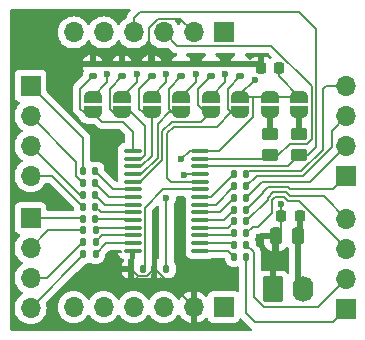
<source format=gbr>
%TF.GenerationSoftware,KiCad,Pcbnew,8.0.3-8.0.3-0~ubuntu22.04.1*%
%TF.CreationDate,2024-06-23T17:20:49+09:00*%
%TF.ProjectId,PCA9685_ver1,50434139-3638-4355-9f76-6572312e6b69,rev?*%
%TF.SameCoordinates,Original*%
%TF.FileFunction,Copper,L1,Top*%
%TF.FilePolarity,Positive*%
%FSLAX46Y46*%
G04 Gerber Fmt 4.6, Leading zero omitted, Abs format (unit mm)*
G04 Created by KiCad (PCBNEW 8.0.3-8.0.3-0~ubuntu22.04.1) date 2024-06-23 17:20:49*
%MOMM*%
%LPD*%
G01*
G04 APERTURE LIST*
G04 Aperture macros list*
%AMRoundRect*
0 Rectangle with rounded corners*
0 $1 Rounding radius*
0 $2 $3 $4 $5 $6 $7 $8 $9 X,Y pos of 4 corners*
0 Add a 4 corners polygon primitive as box body*
4,1,4,$2,$3,$4,$5,$6,$7,$8,$9,$2,$3,0*
0 Add four circle primitives for the rounded corners*
1,1,$1+$1,$2,$3*
1,1,$1+$1,$4,$5*
1,1,$1+$1,$6,$7*
1,1,$1+$1,$8,$9*
0 Add four rect primitives between the rounded corners*
20,1,$1+$1,$2,$3,$4,$5,0*
20,1,$1+$1,$4,$5,$6,$7,0*
20,1,$1+$1,$6,$7,$8,$9,0*
20,1,$1+$1,$8,$9,$2,$3,0*%
%AMFreePoly0*
4,1,19,0.000000,0.744911,0.071157,0.744911,0.207708,0.704816,0.327430,0.627875,0.420627,0.520320,0.479746,0.390866,0.500000,0.250000,0.500000,-0.250000,0.479746,-0.390866,0.420627,-0.520320,0.327430,-0.627875,0.207708,-0.704816,0.071157,-0.744911,0.000000,-0.744911,0.000000,-0.750000,-0.500000,-0.750000,-0.500000,0.750000,0.000000,0.750000,0.000000,0.744911,0.000000,0.744911,
$1*%
%AMFreePoly1*
4,1,19,0.500000,-0.750000,0.000000,-0.750000,0.000000,-0.744911,-0.071157,-0.744911,-0.207708,-0.704816,-0.327430,-0.627875,-0.420627,-0.520320,-0.479746,-0.390866,-0.500000,-0.250000,-0.500000,0.250000,-0.479746,0.390866,-0.420627,0.520320,-0.327430,0.627875,-0.207708,0.704816,-0.071157,0.744911,0.000000,0.744911,0.000000,0.750000,0.500000,0.750000,0.500000,-0.750000,0.500000,-0.750000,
$1*%
G04 Aperture macros list end*
%TA.AperFunction,ComponentPad*%
%ADD10R,1.700000X1.700000*%
%TD*%
%TA.AperFunction,ComponentPad*%
%ADD11O,1.700000X1.700000*%
%TD*%
%TA.AperFunction,SMDPad,CuDef*%
%ADD12RoundRect,0.135000X0.135000X0.185000X-0.135000X0.185000X-0.135000X-0.185000X0.135000X-0.185000X0*%
%TD*%
%TA.AperFunction,SMDPad,CuDef*%
%ADD13RoundRect,0.100000X-0.637500X-0.100000X0.637500X-0.100000X0.637500X0.100000X-0.637500X0.100000X0*%
%TD*%
%TA.AperFunction,SMDPad,CuDef*%
%ADD14RoundRect,0.250000X-0.450000X0.262500X-0.450000X-0.262500X0.450000X-0.262500X0.450000X0.262500X0*%
%TD*%
%TA.AperFunction,SMDPad,CuDef*%
%ADD15RoundRect,0.135000X-0.185000X0.135000X-0.185000X-0.135000X0.185000X-0.135000X0.185000X0.135000X0*%
%TD*%
%TA.AperFunction,SMDPad,CuDef*%
%ADD16RoundRect,0.135000X-0.135000X-0.185000X0.135000X-0.185000X0.135000X0.185000X-0.135000X0.185000X0*%
%TD*%
%TA.AperFunction,SMDPad,CuDef*%
%ADD17FreePoly0,90.000000*%
%TD*%
%TA.AperFunction,SMDPad,CuDef*%
%ADD18FreePoly1,90.000000*%
%TD*%
%TA.AperFunction,SMDPad,CuDef*%
%ADD19FreePoly0,270.000000*%
%TD*%
%TA.AperFunction,SMDPad,CuDef*%
%ADD20FreePoly1,270.000000*%
%TD*%
%TA.AperFunction,ComponentPad*%
%ADD21O,1.740000X2.190000*%
%TD*%
%TA.AperFunction,ComponentPad*%
%ADD22RoundRect,0.250000X-0.620000X-0.845000X0.620000X-0.845000X0.620000X0.845000X-0.620000X0.845000X0*%
%TD*%
%TA.AperFunction,SMDPad,CuDef*%
%ADD23RoundRect,0.225000X0.225000X0.250000X-0.225000X0.250000X-0.225000X-0.250000X0.225000X-0.250000X0*%
%TD*%
%TA.AperFunction,SMDPad,CuDef*%
%ADD24RoundRect,0.250000X0.250000X0.475000X-0.250000X0.475000X-0.250000X-0.475000X0.250000X-0.475000X0*%
%TD*%
%TA.AperFunction,ViaPad*%
%ADD25C,0.600000*%
%TD*%
%TA.AperFunction,Conductor*%
%ADD26C,0.500000*%
%TD*%
%TA.AperFunction,Conductor*%
%ADD27C,0.200000*%
%TD*%
G04 APERTURE END LIST*
D10*
%TO.P,J8,1,Pin_1*%
%TO.N,Net-(J8-Pin_1)*%
X104775000Y-94257500D03*
D11*
%TO.P,J8,2,Pin_2*%
%TO.N,Net-(J8-Pin_2)*%
X104775000Y-91717500D03*
%TO.P,J8,3,Pin_3*%
%TO.N,Net-(J8-Pin_3)*%
X104775000Y-89177500D03*
%TO.P,J8,4,Pin_4*%
%TO.N,Net-(J8-Pin_4)*%
X104775000Y-86637500D03*
%TD*%
D12*
%TO.P,R1,1*%
%TO.N,Net-(U1-#OE)*%
X87560000Y-102087500D03*
%TO.P,R1,2*%
%TO.N,GND*%
X86540000Y-102087500D03*
%TD*%
D13*
%TO.P,U1,28,VDD*%
%TO.N,+3V3*%
X92412500Y-92112500D03*
%TO.P,U1,27,SDA*%
%TO.N,SDA*%
X92412500Y-92762500D03*
%TO.P,U1,26,SCL*%
%TO.N,SCL*%
X92412500Y-93412500D03*
%TO.P,U1,25,EXTCLK*%
%TO.N,Net-(U1-EXTCLK)*%
X92412500Y-94062500D03*
%TO.P,U1,24,A5*%
%TO.N,A5*%
X92412500Y-94712500D03*
%TO.P,U1,23,#OE*%
%TO.N,Net-(U1-#OE)*%
X92412500Y-95362500D03*
%TO.P,U1,22,PWM15*%
%TO.N,Net-(U1-PWM15)*%
X92412500Y-96012500D03*
%TO.P,U1,21,PWM14*%
%TO.N,Net-(U1-PWM14)*%
X92412500Y-96662500D03*
%TO.P,U1,20,PWM13*%
%TO.N,Net-(U1-PWM13)*%
X92412500Y-97312500D03*
%TO.P,U1,19,PWM12*%
%TO.N,Net-(U1-PWM12)*%
X92412500Y-97962500D03*
%TO.P,U1,18,PWM11*%
%TO.N,Net-(U1-PWM11)*%
X92412500Y-98612500D03*
%TO.P,U1,17,PWM10*%
%TO.N,Net-(U1-PWM10)*%
X92412500Y-99262500D03*
%TO.P,U1,16,PWM9*%
%TO.N,Net-(U1-PWM9)*%
X92412500Y-99912500D03*
%TO.P,U1,15,PWM8*%
%TO.N,Net-(U1-PWM8)*%
X92412500Y-100562500D03*
%TO.P,U1,14,GND*%
%TO.N,GND*%
X86687500Y-100562500D03*
%TO.P,U1,13,PWM7*%
%TO.N,Net-(U1-PWM7)*%
X86687500Y-99912500D03*
%TO.P,U1,12,PWM6*%
%TO.N,Net-(U1-PWM6)*%
X86687500Y-99262500D03*
%TO.P,U1,11,PWM5*%
%TO.N,Net-(U1-PWM5)*%
X86687500Y-98612500D03*
%TO.P,U1,10,PWM4*%
%TO.N,Net-(U1-PWM4)*%
X86687500Y-97962500D03*
%TO.P,U1,9,PWM3*%
%TO.N,Net-(U1-PWM3)*%
X86687500Y-97312500D03*
%TO.P,U1,8,PWM2*%
%TO.N,Net-(U1-PWM2)*%
X86687500Y-96662500D03*
%TO.P,U1,7,PWM1*%
%TO.N,Net-(U1-PWM1)*%
X86687500Y-96012500D03*
%TO.P,U1,6,PWM0*%
%TO.N,Net-(U1-PWM0)*%
X86687500Y-95362500D03*
%TO.P,U1,5,A4*%
%TO.N,A4*%
X86687500Y-94712500D03*
%TO.P,U1,4,A3*%
%TO.N,A3*%
X86687500Y-94062500D03*
%TO.P,U1,3,A2*%
%TO.N,A2*%
X86687500Y-93412500D03*
%TO.P,U1,2,A1*%
%TO.N,A1*%
X86687500Y-92762500D03*
%TO.P,U1,1,A0*%
%TO.N,A0*%
X86687500Y-92112500D03*
%TD*%
D14*
%TO.P,R26,1*%
%TO.N,Net-(JP8-A)*%
X100800000Y-90675000D03*
%TO.P,R26,2*%
%TO.N,SCL*%
X100800000Y-92500000D03*
%TD*%
%TO.P,R25,1*%
%TO.N,Net-(JP7-B)*%
X98300000Y-90675000D03*
%TO.P,R25,2*%
%TO.N,SDA*%
X98300000Y-92500000D03*
%TD*%
D15*
%TO.P,R24,1*%
%TO.N,GND*%
X95800000Y-84777500D03*
%TO.P,R24,2*%
%TO.N,A5*%
X95800000Y-85797500D03*
%TD*%
%TO.P,R23,1*%
%TO.N,GND*%
X93300000Y-84777500D03*
%TO.P,R23,2*%
%TO.N,A4*%
X93300000Y-85797500D03*
%TD*%
%TO.P,R22,1*%
%TO.N,GND*%
X90820000Y-84777500D03*
%TO.P,R22,2*%
%TO.N,A3*%
X90820000Y-85797500D03*
%TD*%
%TO.P,R21,1*%
%TO.N,GND*%
X88300000Y-84777500D03*
%TO.P,R21,2*%
%TO.N,A2*%
X88300000Y-85797500D03*
%TD*%
%TO.P,R20,1*%
%TO.N,GND*%
X85800000Y-84767500D03*
%TO.P,R20,2*%
%TO.N,A1*%
X85800000Y-85787500D03*
%TD*%
%TO.P,R19,1*%
%TO.N,GND*%
X83300000Y-84777500D03*
%TO.P,R19,2*%
%TO.N,A0*%
X83300000Y-85797500D03*
%TD*%
D16*
%TO.P,R18,1*%
%TO.N,Net-(U1-PWM15)*%
X95290000Y-94087500D03*
%TO.P,R18,2*%
%TO.N,Net-(J8-Pin_4)*%
X96310000Y-94087500D03*
%TD*%
%TO.P,R17,1*%
%TO.N,Net-(U1-PWM14)*%
X95290000Y-95087500D03*
%TO.P,R17,2*%
%TO.N,Net-(J8-Pin_3)*%
X96310000Y-95087500D03*
%TD*%
%TO.P,R16,1*%
%TO.N,Net-(U1-PWM13)*%
X95290000Y-96087500D03*
%TO.P,R16,2*%
%TO.N,Net-(J8-Pin_2)*%
X96310000Y-96087500D03*
%TD*%
%TO.P,R15,1*%
%TO.N,Net-(U1-PWM12)*%
X95290000Y-97087500D03*
%TO.P,R15,2*%
%TO.N,Net-(J8-Pin_1)*%
X96310000Y-97087500D03*
%TD*%
%TO.P,R14,1*%
%TO.N,Net-(U1-PWM11)*%
X95290000Y-98087500D03*
%TO.P,R14,2*%
%TO.N,Net-(J7-Pin_4)*%
X96310000Y-98087500D03*
%TD*%
%TO.P,R13,1*%
%TO.N,Net-(U1-PWM10)*%
X95310000Y-99087500D03*
%TO.P,R13,2*%
%TO.N,Net-(J7-Pin_3)*%
X96330000Y-99087500D03*
%TD*%
%TO.P,R12,1*%
%TO.N,Net-(U1-PWM9)*%
X95310000Y-100087500D03*
%TO.P,R12,2*%
%TO.N,Net-(J7-Pin_2)*%
X96330000Y-100087500D03*
%TD*%
%TO.P,R11,1*%
%TO.N,Net-(U1-PWM8)*%
X95300000Y-101087500D03*
%TO.P,R11,2*%
%TO.N,Net-(J7-Pin_1)*%
X96320000Y-101087500D03*
%TD*%
D12*
%TO.P,R10,1*%
%TO.N,Net-(U1-PWM7)*%
X83550000Y-100837500D03*
%TO.P,R10,2*%
%TO.N,Net-(J6-Pin_4)*%
X82530000Y-100837500D03*
%TD*%
%TO.P,R9,1*%
%TO.N,Net-(U1-PWM6)*%
X83550000Y-99827500D03*
%TO.P,R9,2*%
%TO.N,Net-(J6-Pin_3)*%
X82530000Y-99827500D03*
%TD*%
%TO.P,R8,1*%
%TO.N,Net-(U1-PWM5)*%
X83550000Y-98837500D03*
%TO.P,R8,2*%
%TO.N,Net-(J6-Pin_2)*%
X82530000Y-98837500D03*
%TD*%
%TO.P,R7,1*%
%TO.N,Net-(U1-PWM4)*%
X83540000Y-97837500D03*
%TO.P,R7,2*%
%TO.N,Net-(J6-Pin_1)*%
X82520000Y-97837500D03*
%TD*%
%TO.P,R6,1*%
%TO.N,Net-(U1-PWM3)*%
X83530000Y-96837500D03*
%TO.P,R6,2*%
%TO.N,Net-(J1-Pin_4)*%
X82510000Y-96837500D03*
%TD*%
%TO.P,R5,1*%
%TO.N,Net-(U1-PWM2)*%
X83540000Y-95837500D03*
%TO.P,R5,2*%
%TO.N,Net-(J1-Pin_3)*%
X82520000Y-95837500D03*
%TD*%
%TO.P,R4,1*%
%TO.N,Net-(U1-PWM1)*%
X83530000Y-94837500D03*
%TO.P,R4,2*%
%TO.N,Net-(J1-Pin_2)*%
X82510000Y-94837500D03*
%TD*%
%TO.P,R3,1*%
%TO.N,Net-(U1-PWM0)*%
X83530000Y-93837500D03*
%TO.P,R3,2*%
%TO.N,Net-(J1-Pin_1)*%
X82510000Y-93837500D03*
%TD*%
%TO.P,R2,1*%
%TO.N,Net-(U1-EXTCLK)*%
X89560000Y-102087500D03*
%TO.P,R2,2*%
%TO.N,GND*%
X88540000Y-102087500D03*
%TD*%
D17*
%TO.P,JP8,2,B*%
%TO.N,+3V3*%
X100800000Y-87537500D03*
D18*
%TO.P,JP8,1,A*%
%TO.N,Net-(JP8-A)*%
X100800000Y-88837500D03*
%TD*%
D19*
%TO.P,JP7,2,B*%
%TO.N,Net-(JP7-B)*%
X98300000Y-88837500D03*
D20*
%TO.P,JP7,1,A*%
%TO.N,+3V3*%
X98300000Y-87537500D03*
%TD*%
D19*
%TO.P,JP6,2,B*%
%TO.N,A5*%
X95800000Y-88837500D03*
D20*
%TO.P,JP6,1,A*%
%TO.N,+3V3*%
X95800000Y-87537500D03*
%TD*%
D19*
%TO.P,JP5,2,B*%
%TO.N,A4*%
X93300000Y-88837500D03*
D20*
%TO.P,JP5,1,A*%
%TO.N,+3V3*%
X93300000Y-87537500D03*
%TD*%
%TO.P,JP4,1,A*%
%TO.N,+3V3*%
X90800000Y-87537500D03*
D19*
%TO.P,JP4,2,B*%
%TO.N,A3*%
X90800000Y-88837500D03*
%TD*%
D20*
%TO.P,JP3,1,A*%
%TO.N,+3V3*%
X88300000Y-87537500D03*
D19*
%TO.P,JP3,2,B*%
%TO.N,A2*%
X88300000Y-88837500D03*
%TD*%
D20*
%TO.P,JP2,1,A*%
%TO.N,+3V3*%
X85800000Y-87537500D03*
D19*
%TO.P,JP2,2,B*%
%TO.N,A1*%
X85800000Y-88837500D03*
%TD*%
D20*
%TO.P,JP1,1,A*%
%TO.N,+3V3*%
X83300000Y-87537500D03*
D19*
%TO.P,JP1,2,B*%
%TO.N,A0*%
X83300000Y-88837500D03*
%TD*%
D11*
%TO.P,J7,4,Pin_4*%
%TO.N,Net-(J7-Pin_4)*%
X104775000Y-97837500D03*
%TO.P,J7,3,Pin_3*%
%TO.N,Net-(J7-Pin_3)*%
X104775000Y-100377500D03*
%TO.P,J7,2,Pin_2*%
%TO.N,Net-(J7-Pin_2)*%
X104775000Y-102917500D03*
D10*
%TO.P,J7,1,Pin_1*%
%TO.N,Net-(J7-Pin_1)*%
X104775000Y-105457500D03*
%TD*%
%TO.P,J6,1,Pin_1*%
%TO.N,Net-(J6-Pin_1)*%
X78050000Y-97797500D03*
D11*
%TO.P,J6,2,Pin_2*%
%TO.N,Net-(J6-Pin_2)*%
X78050000Y-100337500D03*
%TO.P,J6,3,Pin_3*%
%TO.N,Net-(J6-Pin_3)*%
X78050000Y-102877500D03*
%TO.P,J6,4,Pin_4*%
%TO.N,Net-(J6-Pin_4)*%
X78050000Y-105417500D03*
%TD*%
D21*
%TO.P,J4,2,Pin_2*%
%TO.N,+5V*%
X101090000Y-103837500D03*
D22*
%TO.P,J4,1,Pin_1*%
%TO.N,GND*%
X98550000Y-103837500D03*
%TD*%
D10*
%TO.P,J3,1,Pin_1*%
%TO.N,+3V3*%
X94400000Y-82087500D03*
D11*
%TO.P,J3,2,Pin_2*%
%TO.N,GND*%
X91860000Y-82087500D03*
%TO.P,J3,3,Pin_3*%
%TO.N,SDA*%
X89320000Y-82087500D03*
%TO.P,J3,4,Pin_4*%
%TO.N,SCL*%
X86780000Y-82087500D03*
%TO.P,J3,5,Pin_5*%
%TO.N,OE*%
X84240000Y-82087500D03*
%TO.P,J3,6,Pin_6*%
%TO.N,+5V*%
X81700000Y-82087500D03*
%TD*%
D10*
%TO.P,J2,1,Pin_1*%
%TO.N,+3V3*%
X94400000Y-105337500D03*
D11*
%TO.P,J2,2,Pin_2*%
%TO.N,GND*%
X91860000Y-105337500D03*
%TO.P,J2,3,Pin_3*%
%TO.N,SDA*%
X89320000Y-105337500D03*
%TO.P,J2,4,Pin_4*%
%TO.N,SCL*%
X86780000Y-105337500D03*
%TO.P,J2,5,Pin_5*%
%TO.N,OE*%
X84240000Y-105337500D03*
%TO.P,J2,6,Pin_6*%
%TO.N,+5V*%
X81700000Y-105337500D03*
%TD*%
%TO.P,J1,4,Pin_4*%
%TO.N,Net-(J1-Pin_4)*%
X78050000Y-94217500D03*
%TO.P,J1,3,Pin_3*%
%TO.N,Net-(J1-Pin_3)*%
X78050000Y-91677500D03*
%TO.P,J1,2,Pin_2*%
%TO.N,Net-(J1-Pin_2)*%
X78050000Y-89137500D03*
D10*
%TO.P,J1,1,Pin_1*%
%TO.N,Net-(J1-Pin_1)*%
X78050000Y-86597500D03*
%TD*%
D23*
%TO.P,C3,2*%
%TO.N,GND*%
X99275000Y-97587500D03*
%TO.P,C3,1*%
%TO.N,+5V*%
X100825000Y-97587500D03*
%TD*%
D24*
%TO.P,C2,2*%
%TO.N,GND*%
X98825000Y-99337500D03*
%TO.P,C2,1*%
%TO.N,+5V*%
X100725000Y-99337500D03*
%TD*%
D23*
%TO.P,C1,1*%
%TO.N,+3V3*%
X99075000Y-85087500D03*
%TO.P,C1,2*%
%TO.N,GND*%
X97525000Y-85087500D03*
%TD*%
D25*
%TO.N,+3V3*%
X97050000Y-86087500D03*
%TO.N,GND*%
X99275000Y-96587500D03*
%TO.N,+3V3*%
X90800000Y-92837500D03*
X94550000Y-85587500D03*
X92050000Y-85587500D03*
X89550000Y-85587500D03*
X87050000Y-85587500D03*
X84550000Y-85587500D03*
%TO.N,Net-(U1-EXTCLK)*%
X89560000Y-96087500D03*
X91050000Y-94112500D03*
%TD*%
D26*
%TO.N,GND*%
X95800000Y-84777500D02*
X97215000Y-84777500D01*
X97215000Y-84777500D02*
X97525000Y-85087500D01*
D27*
%TO.N,+3V3*%
X95800000Y-87337500D02*
X97050000Y-86087500D01*
X95800000Y-87537500D02*
X95800000Y-87337500D01*
%TO.N,GND*%
X91860000Y-82087500D02*
X90710000Y-80937500D01*
X90710000Y-80937500D02*
X88830000Y-80937500D01*
X88830000Y-80937500D02*
X88050000Y-81717500D01*
X88050000Y-81717500D02*
X88050000Y-84527500D01*
X88050000Y-84527500D02*
X88300000Y-84777500D01*
D26*
X83300000Y-84777500D02*
X97215000Y-84777500D01*
D27*
X99275000Y-97587500D02*
X99275000Y-98887500D01*
X99275000Y-98887500D02*
X98825000Y-99337500D01*
X98550000Y-103837500D02*
X98550000Y-99612500D01*
X98550000Y-99612500D02*
X98825000Y-99337500D01*
D26*
%TO.N,+5V*%
X100725000Y-99337500D02*
X100725000Y-103472500D01*
X100725000Y-103472500D02*
X101090000Y-103837500D01*
X100825000Y-97587500D02*
X100825000Y-99237500D01*
X100825000Y-99237500D02*
X100725000Y-99337500D01*
D27*
%TO.N,Net-(J8-Pin_3)*%
X96310000Y-95087500D02*
X97185000Y-94212500D01*
X97185000Y-94212500D02*
X101150430Y-94212500D01*
X101150430Y-94212500D02*
X103550000Y-91812930D01*
X103550000Y-91812930D02*
X103550000Y-90402500D01*
X103550000Y-90402500D02*
X104775000Y-89177500D01*
%TO.N,Net-(J8-Pin_4)*%
X96310000Y-94087500D02*
X96585000Y-93812500D01*
X103050000Y-86587500D02*
X104725000Y-86587500D01*
X96585000Y-93812500D02*
X100984744Y-93812500D01*
X100984744Y-93812500D02*
X102800000Y-91997244D01*
X102800000Y-91997244D02*
X102800000Y-86837500D01*
X102800000Y-86837500D02*
X103050000Y-86587500D01*
X104725000Y-86587500D02*
X104775000Y-86637500D01*
%TO.N,Net-(J8-Pin_2)*%
X96310000Y-96087500D02*
X97610000Y-94787500D01*
X97610000Y-94787500D02*
X101705000Y-94787500D01*
X101705000Y-94787500D02*
X104775000Y-91717500D01*
%TO.N,Net-(J8-Pin_1)*%
X96310000Y-97087500D02*
X97725000Y-95672500D01*
X99854899Y-95187500D02*
X100004899Y-95337500D01*
X97725000Y-95672500D02*
X97725000Y-95596814D01*
X97725000Y-95596814D02*
X98134314Y-95187500D01*
X98134314Y-95187500D02*
X99854899Y-95187500D01*
X100004899Y-95337500D02*
X103695000Y-95337500D01*
X103695000Y-95337500D02*
X104775000Y-94257500D01*
%TO.N,Net-(J7-Pin_4)*%
X96310000Y-98087500D02*
X96310000Y-98077500D01*
X102875000Y-95937500D02*
X104775000Y-97837500D01*
X96310000Y-98077500D02*
X98125000Y-96262500D01*
X98125000Y-96262500D02*
X98125000Y-96073285D01*
X98610785Y-95587500D02*
X99689214Y-95587500D01*
X98125000Y-96073285D02*
X98610785Y-95587500D01*
X99689214Y-95587500D02*
X100039214Y-95937500D01*
X100039214Y-95937500D02*
X102875000Y-95937500D01*
%TO.N,Net-(J7-Pin_3)*%
X96330000Y-99087500D02*
X96880000Y-98537500D01*
X98525000Y-97362500D02*
X98525000Y-96238971D01*
X99873529Y-96337500D02*
X100798696Y-96337500D01*
X96880000Y-98537500D02*
X97350000Y-98537500D01*
X97350000Y-98537500D02*
X98525000Y-97362500D01*
X98525000Y-96238971D02*
X98776471Y-95987500D01*
X104775000Y-100313804D02*
X104775000Y-100377500D01*
X98776471Y-95987500D02*
X99523529Y-95987500D01*
X99523529Y-95987500D02*
X99873529Y-96337500D01*
X100798696Y-96337500D02*
X104775000Y-100313804D01*
%TO.N,GND*%
X99275000Y-96587500D02*
X99275000Y-97587500D01*
%TO.N,Net-(J7-Pin_2)*%
X96330000Y-100087500D02*
X96957843Y-100715343D01*
X96957843Y-100715343D02*
X96957843Y-104495087D01*
X96957843Y-104495087D02*
X97800256Y-105337500D01*
X97800256Y-105337500D02*
X102355000Y-105337500D01*
X102355000Y-105337500D02*
X104775000Y-102917500D01*
%TO.N,Net-(J7-Pin_1)*%
X96320000Y-101087500D02*
X96320000Y-105857500D01*
X96320000Y-105857500D02*
X97050000Y-106587500D01*
X97050000Y-106587500D02*
X103645000Y-106587500D01*
X103645000Y-106587500D02*
X104775000Y-105457500D01*
%TO.N,GND*%
X88540000Y-102087500D02*
X88610000Y-102087500D01*
X88610000Y-102087500D02*
X91860000Y-105337500D01*
%TO.N,+3V3*%
X91525000Y-92112500D02*
X90800000Y-92837500D01*
X92412500Y-92112500D02*
X91525000Y-92112500D01*
X99075000Y-85087500D02*
X99075000Y-85812500D01*
X99075000Y-85812500D02*
X100800000Y-87537500D01*
X92412500Y-92112500D02*
X94025000Y-92112500D01*
X96855000Y-87592500D02*
X96800000Y-87537500D01*
X94025000Y-92112500D02*
X96855000Y-89282500D01*
X96855000Y-89282500D02*
X96855000Y-87592500D01*
X96800000Y-87537500D02*
X95800000Y-87537500D01*
%TO.N,GND*%
X98825000Y-103562500D02*
X98550000Y-103837500D01*
%TO.N,SCL*%
X100800000Y-92500000D02*
X101500000Y-92500000D01*
X101500000Y-92500000D02*
X102255000Y-91745000D01*
X102255000Y-91745000D02*
X102255000Y-81792500D01*
X102255000Y-81792500D02*
X100800000Y-80337500D01*
X100800000Y-80337500D02*
X87300000Y-80337500D01*
X87300000Y-80337500D02*
X86780000Y-80857500D01*
X86780000Y-80857500D02*
X86780000Y-82087500D01*
%TO.N,SDA*%
X98300000Y-92500000D02*
X99000000Y-92500000D01*
X98448696Y-83237500D02*
X90470000Y-83237500D01*
X99000000Y-92500000D02*
X100012500Y-91487500D01*
X101855000Y-86643804D02*
X98448696Y-83237500D01*
X100012500Y-91487500D02*
X101484744Y-91487500D01*
X101484744Y-91487500D02*
X101855000Y-91117244D01*
X101855000Y-91117244D02*
X101855000Y-86643804D01*
X90470000Y-83237500D02*
X89320000Y-82087500D01*
%TO.N,Net-(J6-Pin_4)*%
X82530000Y-100837500D02*
X82530000Y-100937500D01*
X82530000Y-100937500D02*
X78050000Y-105417500D01*
%TO.N,Net-(J6-Pin_3)*%
X78050000Y-102877500D02*
X79480000Y-102877500D01*
X79480000Y-102877500D02*
X82530000Y-99827500D01*
%TO.N,Net-(J6-Pin_2)*%
X82530000Y-98837500D02*
X79550000Y-98837500D01*
X79550000Y-98837500D02*
X78050000Y-100337500D01*
%TO.N,Net-(J6-Pin_1)*%
X78050000Y-97797500D02*
X82480000Y-97797500D01*
X82480000Y-97797500D02*
X82520000Y-97837500D01*
%TO.N,Net-(J1-Pin_4)*%
X78050000Y-94217500D02*
X79890000Y-94217500D01*
X79890000Y-94217500D02*
X82510000Y-96837500D01*
%TO.N,Net-(J1-Pin_3)*%
X78050000Y-91677500D02*
X82210000Y-95837500D01*
X82210000Y-95837500D02*
X82520000Y-95837500D01*
%TO.N,Net-(J1-Pin_2)*%
X78050000Y-89137500D02*
X81940000Y-93027500D01*
X81940000Y-93027500D02*
X81940000Y-94267500D01*
X81940000Y-94267500D02*
X82510000Y-94837500D01*
%TO.N,Net-(J1-Pin_1)*%
X78050000Y-86597500D02*
X82510000Y-91057500D01*
X82510000Y-91057500D02*
X82510000Y-93837500D01*
%TO.N,+3V3*%
X93300000Y-87537500D02*
X94550000Y-86287500D01*
X94550000Y-86287500D02*
X94550000Y-85587500D01*
X90800000Y-87537500D02*
X92050000Y-86287500D01*
X92050000Y-86287500D02*
X92050000Y-85587500D01*
X88300000Y-87537500D02*
X89550000Y-86287500D01*
X89550000Y-86287500D02*
X89550000Y-85587500D01*
X85800000Y-87537500D02*
X87050000Y-86287500D01*
X87050000Y-86287500D02*
X87050000Y-85587500D01*
X84550000Y-86287500D02*
X84550000Y-85587500D01*
X83300000Y-87537500D02*
X84550000Y-86287500D01*
X95800000Y-87537500D02*
X100800000Y-87537500D01*
%TO.N,GND*%
X86687500Y-100562500D02*
X86687500Y-101940000D01*
X86687500Y-101940000D02*
X86540000Y-102087500D01*
X88540000Y-102087500D02*
X87920000Y-102707500D01*
X87920000Y-102707500D02*
X87160000Y-102707500D01*
X87160000Y-102707500D02*
X86540000Y-102087500D01*
%TO.N,Net-(U1-#OE)*%
X87560000Y-102087500D02*
X87725000Y-101922500D01*
X87725000Y-101922500D02*
X87725000Y-96912500D01*
X87725000Y-96912500D02*
X89275000Y-95362500D01*
X89275000Y-95362500D02*
X92412500Y-95362500D01*
%TO.N,Net-(U1-EXTCLK)*%
X89560000Y-96087500D02*
X89560000Y-102087500D01*
X92412500Y-94062500D02*
X91100000Y-94062500D01*
X91100000Y-94062500D02*
X91050000Y-94112500D01*
%TO.N,A5*%
X92412500Y-94712500D02*
X89925000Y-94712500D01*
X95050000Y-88837500D02*
X95800000Y-88837500D01*
X89925000Y-94712500D02*
X89600000Y-94387500D01*
X89600000Y-94387500D02*
X89600000Y-90603186D01*
X89600000Y-90603186D02*
X90155595Y-90047591D01*
X90155595Y-90047591D02*
X93839909Y-90047591D01*
X93839909Y-90047591D02*
X95050000Y-88837500D01*
%TO.N,SCL*%
X92412500Y-93412500D02*
X99887500Y-93412500D01*
X99887500Y-93412500D02*
X100800000Y-92500000D01*
%TO.N,SDA*%
X92412500Y-92762500D02*
X98037500Y-92762500D01*
X98037500Y-92762500D02*
X98300000Y-92500000D01*
D26*
%TO.N,Net-(JP8-A)*%
X100800000Y-88837500D02*
X100800000Y-90675000D01*
%TO.N,Net-(JP7-B)*%
X98300000Y-88837500D02*
X98300000Y-90675000D01*
D27*
%TO.N,A4*%
X86687500Y-94712500D02*
X87343456Y-94712500D01*
X89200000Y-92855956D02*
X89200000Y-90437500D01*
X87343456Y-94712500D02*
X89200000Y-92855956D01*
X89200000Y-90437500D02*
X89989909Y-89647591D01*
X89989909Y-89647591D02*
X92489909Y-89647591D01*
X92489909Y-89647591D02*
X93300000Y-88837500D01*
%TO.N,A0*%
X86687500Y-92112500D02*
X86687500Y-90475000D01*
X86687500Y-90475000D02*
X85860091Y-89647591D01*
X85860091Y-89647591D02*
X84110091Y-89647591D01*
X84110091Y-89647591D02*
X83300000Y-88837500D01*
%TO.N,A1*%
X86687500Y-92762500D02*
X87424999Y-92762500D01*
X87424999Y-92762500D02*
X87725000Y-92462499D01*
X87725000Y-92462499D02*
X87725000Y-90012500D01*
X86550000Y-88837500D02*
X85800000Y-88837500D01*
X87725000Y-90012500D02*
X86550000Y-88837500D01*
%TO.N,A3*%
X86687500Y-94062500D02*
X87424999Y-94062500D01*
X87424999Y-94062500D02*
X88800000Y-92687499D01*
X88800000Y-92687499D02*
X88800000Y-89837500D01*
X88800000Y-89837500D02*
X89800000Y-88837500D01*
X89800000Y-88837500D02*
X90800000Y-88837500D01*
%TO.N,A2*%
X88300000Y-88837500D02*
X88300000Y-92537500D01*
X88300000Y-92537500D02*
X87425000Y-93412500D01*
X87425000Y-93412500D02*
X86687500Y-93412500D01*
%TO.N,A5*%
X95800000Y-85797500D02*
X94745000Y-86852500D01*
X94745000Y-86852500D02*
X94745000Y-88537500D01*
X94745000Y-88537500D02*
X95045000Y-88837500D01*
X95045000Y-88837500D02*
X95800000Y-88837500D01*
%TO.N,A4*%
X93300000Y-85797500D02*
X92245000Y-86852500D01*
X92245000Y-86852500D02*
X92245000Y-88232500D01*
X92245000Y-88232500D02*
X92850000Y-88837500D01*
X92850000Y-88837500D02*
X93300000Y-88837500D01*
%TO.N,A3*%
X90800000Y-88837500D02*
X90045000Y-88837500D01*
X90045000Y-88837500D02*
X89745000Y-88537500D01*
X89745000Y-88537500D02*
X89745000Y-86872500D01*
X89745000Y-86872500D02*
X90820000Y-85797500D01*
%TO.N,A2*%
X88300000Y-85797500D02*
X87245000Y-86852500D01*
X87245000Y-86852500D02*
X87245000Y-88537500D01*
X87545000Y-88837500D02*
X88300000Y-88837500D01*
X87245000Y-88537500D02*
X87545000Y-88837500D01*
%TO.N,A1*%
X85800000Y-85787500D02*
X84745000Y-86842500D01*
X84745000Y-86842500D02*
X84745000Y-88537500D01*
X84745000Y-88537500D02*
X85045000Y-88837500D01*
X85045000Y-88837500D02*
X85800000Y-88837500D01*
%TO.N,A0*%
X83300000Y-85797500D02*
X82245000Y-86852500D01*
X82245000Y-86852500D02*
X82245000Y-88537500D01*
X82245000Y-88537500D02*
X82545000Y-88837500D01*
X82545000Y-88837500D02*
X83300000Y-88837500D01*
%TO.N,Net-(U1-PWM0)*%
X83530000Y-93837500D02*
X85055000Y-95362500D01*
X85055000Y-95362500D02*
X86687500Y-95362500D01*
%TO.N,Net-(U1-PWM1)*%
X83530000Y-94837500D02*
X84705000Y-96012500D01*
X84705000Y-96012500D02*
X86687500Y-96012500D01*
%TO.N,Net-(U1-PWM2)*%
X83540000Y-95837500D02*
X84365000Y-96662500D01*
X84365000Y-96662500D02*
X86687500Y-96662500D01*
%TO.N,Net-(U1-PWM3)*%
X83530000Y-96837500D02*
X84005000Y-97312500D01*
X84005000Y-97312500D02*
X86687500Y-97312500D01*
%TO.N,Net-(U1-PWM4)*%
X83540000Y-97837500D02*
X86562500Y-97837500D01*
X86562500Y-97837500D02*
X86687500Y-97962500D01*
%TO.N,Net-(U1-PWM5)*%
X83550000Y-98837500D02*
X83775000Y-98612500D01*
X83775000Y-98612500D02*
X86687500Y-98612500D01*
%TO.N,Net-(U1-PWM6)*%
X83550000Y-99827500D02*
X84115000Y-99262500D01*
X84115000Y-99262500D02*
X86687500Y-99262500D01*
%TO.N,Net-(U1-PWM7)*%
X86687500Y-99912500D02*
X84475000Y-99912500D01*
X84475000Y-99912500D02*
X83550000Y-100837500D01*
%TO.N,Net-(U1-PWM15)*%
X92412500Y-96012500D02*
X93365000Y-96012500D01*
X93365000Y-96012500D02*
X95290000Y-94087500D01*
%TO.N,Net-(U1-PWM14)*%
X92412500Y-96662500D02*
X93715000Y-96662500D01*
X93715000Y-96662500D02*
X95290000Y-95087500D01*
%TO.N,Net-(U1-PWM13)*%
X92412500Y-97312500D02*
X94065000Y-97312500D01*
X94065000Y-97312500D02*
X95290000Y-96087500D01*
%TO.N,Net-(U1-PWM12)*%
X92412500Y-97962500D02*
X94415000Y-97962500D01*
X94415000Y-97962500D02*
X95290000Y-97087500D01*
%TO.N,Net-(U1-PWM11)*%
X95290000Y-98087500D02*
X94765000Y-98612500D01*
X94765000Y-98612500D02*
X92412500Y-98612500D01*
%TO.N,Net-(U1-PWM10)*%
X92412500Y-99262500D02*
X95135000Y-99262500D01*
X95135000Y-99262500D02*
X95310000Y-99087500D01*
%TO.N,Net-(U1-PWM9)*%
X95310000Y-100087500D02*
X95135000Y-99912500D01*
X95135000Y-99912500D02*
X92412500Y-99912500D01*
%TO.N,Net-(U1-PWM8)*%
X92412500Y-100562500D02*
X94775000Y-100562500D01*
X94775000Y-100562500D02*
X95300000Y-101087500D01*
%TD*%
%TA.AperFunction,Conductor*%
%TO.N,GND*%
G36*
X86467941Y-80107685D02*
G01*
X86513696Y-80160489D01*
X86523640Y-80229647D01*
X86494615Y-80293203D01*
X86488583Y-80299681D01*
X86299481Y-80488782D01*
X86299477Y-80488787D01*
X86253004Y-80569283D01*
X86253003Y-80569282D01*
X86220424Y-80625711D01*
X86220423Y-80625715D01*
X86179499Y-80778443D01*
X86179499Y-80778445D01*
X86179499Y-80798409D01*
X86159814Y-80865448D01*
X86107908Y-80910789D01*
X86102174Y-80913462D01*
X86102169Y-80913465D01*
X85908597Y-81049005D01*
X85741505Y-81216097D01*
X85611575Y-81401658D01*
X85556998Y-81445283D01*
X85487500Y-81452477D01*
X85425145Y-81420954D01*
X85408425Y-81401658D01*
X85278494Y-81216097D01*
X85111402Y-81049006D01*
X85111395Y-81049001D01*
X84917834Y-80913467D01*
X84917830Y-80913465D01*
X84840501Y-80877406D01*
X84703663Y-80813597D01*
X84703659Y-80813596D01*
X84703655Y-80813594D01*
X84475413Y-80752438D01*
X84475403Y-80752436D01*
X84240001Y-80731841D01*
X84239999Y-80731841D01*
X84004596Y-80752436D01*
X84004586Y-80752438D01*
X83776344Y-80813594D01*
X83776335Y-80813598D01*
X83562171Y-80913464D01*
X83562169Y-80913465D01*
X83368597Y-81049005D01*
X83201505Y-81216097D01*
X83071575Y-81401658D01*
X83016998Y-81445283D01*
X82947500Y-81452477D01*
X82885145Y-81420954D01*
X82868425Y-81401658D01*
X82738494Y-81216097D01*
X82571402Y-81049006D01*
X82571395Y-81049001D01*
X82377834Y-80913467D01*
X82377830Y-80913465D01*
X82300501Y-80877406D01*
X82163663Y-80813597D01*
X82163659Y-80813596D01*
X82163655Y-80813594D01*
X81935413Y-80752438D01*
X81935403Y-80752436D01*
X81700001Y-80731841D01*
X81699999Y-80731841D01*
X81464596Y-80752436D01*
X81464586Y-80752438D01*
X81236344Y-80813594D01*
X81236335Y-80813598D01*
X81022171Y-80913464D01*
X81022169Y-80913465D01*
X80828597Y-81049005D01*
X80661505Y-81216097D01*
X80525965Y-81409669D01*
X80525964Y-81409671D01*
X80426098Y-81623835D01*
X80426094Y-81623844D01*
X80364938Y-81852086D01*
X80364936Y-81852096D01*
X80344341Y-82087499D01*
X80344341Y-82087500D01*
X80364936Y-82322903D01*
X80364938Y-82322913D01*
X80426094Y-82551155D01*
X80426096Y-82551159D01*
X80426097Y-82551163D01*
X80498700Y-82706860D01*
X80525965Y-82765330D01*
X80525967Y-82765334D01*
X80634281Y-82920021D01*
X80661505Y-82958901D01*
X80828599Y-83125995D01*
X80925384Y-83193765D01*
X81022165Y-83261532D01*
X81022167Y-83261533D01*
X81022170Y-83261535D01*
X81236337Y-83361403D01*
X81464592Y-83422563D01*
X81652918Y-83439039D01*
X81699999Y-83443159D01*
X81700000Y-83443159D01*
X81700001Y-83443159D01*
X81739234Y-83439726D01*
X81935408Y-83422563D01*
X82163663Y-83361403D01*
X82377830Y-83261535D01*
X82571401Y-83125995D01*
X82738495Y-82958901D01*
X82868425Y-82773342D01*
X82923002Y-82729717D01*
X82992500Y-82722523D01*
X83054855Y-82754046D01*
X83071575Y-82773342D01*
X83201500Y-82958895D01*
X83201505Y-82958901D01*
X83368599Y-83125995D01*
X83465384Y-83193765D01*
X83562165Y-83261532D01*
X83562167Y-83261533D01*
X83562170Y-83261535D01*
X83776337Y-83361403D01*
X84004592Y-83422563D01*
X84192918Y-83439039D01*
X84239999Y-83443159D01*
X84240000Y-83443159D01*
X84240001Y-83443159D01*
X84279234Y-83439726D01*
X84475408Y-83422563D01*
X84703663Y-83361403D01*
X84917830Y-83261535D01*
X85111401Y-83125995D01*
X85278495Y-82958901D01*
X85408425Y-82773342D01*
X85463002Y-82729717D01*
X85532500Y-82722523D01*
X85594855Y-82754046D01*
X85611575Y-82773342D01*
X85741500Y-82958895D01*
X85741505Y-82958901D01*
X85908599Y-83125995D01*
X86005384Y-83193765D01*
X86102165Y-83261532D01*
X86102167Y-83261533D01*
X86102170Y-83261535D01*
X86316337Y-83361403D01*
X86544592Y-83422563D01*
X86732918Y-83439039D01*
X86779999Y-83443159D01*
X86780000Y-83443159D01*
X86780001Y-83443159D01*
X86819234Y-83439726D01*
X87015408Y-83422563D01*
X87243663Y-83361403D01*
X87457830Y-83261535D01*
X87651401Y-83125995D01*
X87818495Y-82958901D01*
X87948425Y-82773342D01*
X88003002Y-82729717D01*
X88072500Y-82722523D01*
X88134855Y-82754046D01*
X88151575Y-82773342D01*
X88281500Y-82958895D01*
X88281505Y-82958901D01*
X88448599Y-83125995D01*
X88545384Y-83193765D01*
X88642165Y-83261532D01*
X88642167Y-83261533D01*
X88642170Y-83261535D01*
X88856337Y-83361403D01*
X89084592Y-83422563D01*
X89272918Y-83439039D01*
X89319999Y-83443159D01*
X89320000Y-83443159D01*
X89320001Y-83443159D01*
X89359234Y-83439726D01*
X89555408Y-83422563D01*
X89683756Y-83388172D01*
X89753605Y-83389835D01*
X89803530Y-83420266D01*
X90101284Y-83718020D01*
X90101286Y-83718021D01*
X90101290Y-83718024D01*
X90238209Y-83797073D01*
X90238216Y-83797077D01*
X90351664Y-83827476D01*
X90411321Y-83863839D01*
X90441850Y-83926686D01*
X90433555Y-83996062D01*
X90389070Y-84049940D01*
X90382688Y-84053981D01*
X90242714Y-84136761D01*
X90242705Y-84136768D01*
X90129268Y-84250205D01*
X90129261Y-84250214D01*
X90047595Y-84388305D01*
X90007156Y-84527500D01*
X91632844Y-84527500D01*
X91592404Y-84388305D01*
X91510738Y-84250214D01*
X91510731Y-84250205D01*
X91397294Y-84136768D01*
X91397285Y-84136761D01*
X91282253Y-84068732D01*
X91234570Y-84017663D01*
X91222066Y-83948921D01*
X91248711Y-83884332D01*
X91306047Y-83844402D01*
X91345374Y-83838000D01*
X92774626Y-83838000D01*
X92841665Y-83857685D01*
X92887420Y-83910489D01*
X92897364Y-83979647D01*
X92868339Y-84043203D01*
X92837747Y-84068732D01*
X92722714Y-84136761D01*
X92722705Y-84136768D01*
X92609268Y-84250205D01*
X92609261Y-84250214D01*
X92527595Y-84388305D01*
X92487156Y-84527500D01*
X94112844Y-84527500D01*
X94072404Y-84388305D01*
X93990738Y-84250214D01*
X93990731Y-84250205D01*
X93877294Y-84136768D01*
X93877285Y-84136761D01*
X93762253Y-84068732D01*
X93714570Y-84017663D01*
X93702066Y-83948921D01*
X93728711Y-83884332D01*
X93786047Y-83844402D01*
X93825374Y-83838000D01*
X95274626Y-83838000D01*
X95341665Y-83857685D01*
X95387420Y-83910489D01*
X95397364Y-83979647D01*
X95368339Y-84043203D01*
X95337747Y-84068732D01*
X95222714Y-84136761D01*
X95222705Y-84136768D01*
X95109268Y-84250205D01*
X95109261Y-84250214D01*
X95027595Y-84388305D01*
X94987156Y-84527500D01*
X95926000Y-84527500D01*
X95993039Y-84547185D01*
X96038794Y-84599989D01*
X96050000Y-84651500D01*
X96050000Y-84903000D01*
X96030315Y-84970039D01*
X95977511Y-85015794D01*
X95926000Y-85027000D01*
X95550831Y-85027000D01*
X95550806Y-85027001D01*
X95549332Y-85027118D01*
X95539607Y-85027500D01*
X95173440Y-85027500D01*
X95106401Y-85007815D01*
X95085759Y-84991181D01*
X95052262Y-84957684D01*
X94899523Y-84861711D01*
X94729254Y-84802131D01*
X94729249Y-84802130D01*
X94550004Y-84781935D01*
X94549996Y-84781935D01*
X94370750Y-84802130D01*
X94370745Y-84802131D01*
X94200476Y-84861711D01*
X94047737Y-84957684D01*
X94014241Y-84991181D01*
X93952918Y-85024666D01*
X93926560Y-85027500D01*
X93560409Y-85027500D01*
X93550682Y-85027118D01*
X93549182Y-85027000D01*
X93050831Y-85027000D01*
X93050806Y-85027001D01*
X93049332Y-85027118D01*
X93039607Y-85027500D01*
X92673440Y-85027500D01*
X92606401Y-85007815D01*
X92585759Y-84991181D01*
X92552262Y-84957684D01*
X92399523Y-84861711D01*
X92229254Y-84802131D01*
X92229249Y-84802130D01*
X92050004Y-84781935D01*
X92049996Y-84781935D01*
X91870750Y-84802130D01*
X91870745Y-84802131D01*
X91700476Y-84861711D01*
X91547737Y-84957684D01*
X91514241Y-84991181D01*
X91452918Y-85024666D01*
X91426560Y-85027500D01*
X91080409Y-85027500D01*
X91070682Y-85027118D01*
X91069182Y-85027000D01*
X90570831Y-85027000D01*
X90570806Y-85027001D01*
X90569332Y-85027118D01*
X90559607Y-85027500D01*
X90173440Y-85027500D01*
X90106401Y-85007815D01*
X90085759Y-84991181D01*
X90052262Y-84957684D01*
X89899523Y-84861711D01*
X89729254Y-84802131D01*
X89729249Y-84802130D01*
X89550004Y-84781935D01*
X89549996Y-84781935D01*
X89370750Y-84802130D01*
X89370745Y-84802131D01*
X89200476Y-84861711D01*
X89047737Y-84957684D01*
X89014241Y-84991181D01*
X88952918Y-85024666D01*
X88926560Y-85027500D01*
X88560409Y-85027500D01*
X88550682Y-85027118D01*
X88549182Y-85027000D01*
X88050831Y-85027000D01*
X88050806Y-85027001D01*
X88049332Y-85027118D01*
X88039607Y-85027500D01*
X87673440Y-85027500D01*
X87606401Y-85007815D01*
X87585759Y-84991181D01*
X87552262Y-84957684D01*
X87399523Y-84861711D01*
X87229254Y-84802131D01*
X87229249Y-84802130D01*
X87050004Y-84781935D01*
X87049996Y-84781935D01*
X86870750Y-84802130D01*
X86870745Y-84802131D01*
X86700476Y-84861711D01*
X86547737Y-84957684D01*
X86524241Y-84981181D01*
X86462918Y-85014666D01*
X86436560Y-85017500D01*
X86060409Y-85017500D01*
X86050682Y-85017118D01*
X86049182Y-85017000D01*
X85550831Y-85017000D01*
X85550806Y-85017001D01*
X85549332Y-85017118D01*
X85539607Y-85017500D01*
X85163440Y-85017500D01*
X85096401Y-84997815D01*
X85075759Y-84981181D01*
X85052262Y-84957684D01*
X84899523Y-84861711D01*
X84729254Y-84802131D01*
X84729249Y-84802130D01*
X84550004Y-84781935D01*
X84549996Y-84781935D01*
X84370750Y-84802130D01*
X84370745Y-84802131D01*
X84200476Y-84861711D01*
X84047737Y-84957684D01*
X84014241Y-84991181D01*
X83952918Y-85024666D01*
X83926560Y-85027500D01*
X83560409Y-85027500D01*
X83550682Y-85027118D01*
X83549182Y-85027000D01*
X83050831Y-85027000D01*
X83050806Y-85027001D01*
X83049332Y-85027118D01*
X83039607Y-85027500D01*
X82487156Y-85027500D01*
X82527594Y-85166693D01*
X82561419Y-85223888D01*
X82578601Y-85291612D01*
X82561419Y-85350128D01*
X82527130Y-85408107D01*
X82527129Y-85408111D01*
X82482335Y-85562291D01*
X82482334Y-85562297D01*
X82479500Y-85598311D01*
X82479500Y-85717402D01*
X82459815Y-85784441D01*
X82443181Y-85805083D01*
X81764481Y-86483782D01*
X81764479Y-86483785D01*
X81723270Y-86555163D01*
X81723269Y-86555164D01*
X81685423Y-86620714D01*
X81685423Y-86620715D01*
X81644499Y-86773443D01*
X81644499Y-86773445D01*
X81644499Y-86941546D01*
X81644500Y-86941559D01*
X81644500Y-88450830D01*
X81644499Y-88450848D01*
X81644499Y-88616554D01*
X81644498Y-88616554D01*
X81644499Y-88616557D01*
X81670567Y-88713844D01*
X81685424Y-88769287D01*
X81698581Y-88792075D01*
X81698582Y-88792077D01*
X81764477Y-88906212D01*
X81764481Y-88906217D01*
X81883349Y-89025085D01*
X81883355Y-89025090D01*
X82060139Y-89201874D01*
X82060149Y-89201885D01*
X82064479Y-89206215D01*
X82064480Y-89206216D01*
X82137962Y-89279698D01*
X82163073Y-89315864D01*
X82165251Y-89320634D01*
X82165253Y-89320638D01*
X82239376Y-89435976D01*
X82240196Y-89437417D01*
X82242988Y-89441598D01*
X82337207Y-89550330D01*
X82337210Y-89550333D01*
X82445864Y-89644481D01*
X82445867Y-89644484D01*
X82445869Y-89644485D01*
X82445870Y-89644486D01*
X82566906Y-89722270D01*
X82566914Y-89722274D01*
X82566923Y-89722279D01*
X82691642Y-89779236D01*
X82695941Y-89781485D01*
X82697692Y-89781999D01*
X82835744Y-89822535D01*
X82835745Y-89822535D01*
X82835748Y-89822536D01*
X82878183Y-89828636D01*
X82978059Y-89842997D01*
X83034399Y-89842997D01*
X83034409Y-89843000D01*
X83085764Y-89843000D01*
X83404902Y-89843000D01*
X83471941Y-89862685D01*
X83492583Y-89879319D01*
X83741375Y-90128111D01*
X83741377Y-90128112D01*
X83741381Y-90128115D01*
X83878300Y-90207164D01*
X83878307Y-90207168D01*
X84031034Y-90248092D01*
X84031036Y-90248092D01*
X84196745Y-90248092D01*
X84196761Y-90248091D01*
X85559994Y-90248091D01*
X85627033Y-90267776D01*
X85647675Y-90284410D01*
X86050681Y-90687416D01*
X86084166Y-90748739D01*
X86087000Y-90775097D01*
X86087000Y-91293202D01*
X86067315Y-91360241D01*
X86014511Y-91405996D01*
X85979184Y-91416141D01*
X85893246Y-91427454D01*
X85893237Y-91427456D01*
X85747160Y-91487963D01*
X85621718Y-91584218D01*
X85525463Y-91709660D01*
X85464956Y-91855737D01*
X85464955Y-91855739D01*
X85449500Y-91973138D01*
X85449500Y-92251863D01*
X85464953Y-92369253D01*
X85464957Y-92369265D01*
X85473566Y-92390050D01*
X85481033Y-92459519D01*
X85473566Y-92484950D01*
X85464957Y-92505734D01*
X85464955Y-92505739D01*
X85449500Y-92623138D01*
X85449500Y-92901863D01*
X85464953Y-93019253D01*
X85464957Y-93019265D01*
X85473566Y-93040050D01*
X85481033Y-93109519D01*
X85473566Y-93134950D01*
X85464957Y-93155734D01*
X85464955Y-93155739D01*
X85449500Y-93273138D01*
X85449500Y-93551863D01*
X85464953Y-93669253D01*
X85464957Y-93669265D01*
X85473566Y-93690050D01*
X85481033Y-93759519D01*
X85473566Y-93784950D01*
X85464957Y-93805734D01*
X85464955Y-93805739D01*
X85449500Y-93923138D01*
X85449500Y-94201863D01*
X85464953Y-94319253D01*
X85464957Y-94319265D01*
X85473566Y-94340050D01*
X85481033Y-94409519D01*
X85473566Y-94434950D01*
X85464957Y-94455734D01*
X85464955Y-94455739D01*
X85449500Y-94573138D01*
X85449500Y-94608402D01*
X85429815Y-94675441D01*
X85377011Y-94721196D01*
X85307853Y-94731140D01*
X85244297Y-94702115D01*
X85237819Y-94696083D01*
X84336818Y-93795082D01*
X84303333Y-93733759D01*
X84300499Y-93707401D01*
X84300499Y-93588331D01*
X84300498Y-93588306D01*
X84298869Y-93567606D01*
X84297665Y-93552296D01*
X84252869Y-93398107D01*
X84171135Y-93259902D01*
X84171133Y-93259900D01*
X84171130Y-93259896D01*
X84057603Y-93146369D01*
X84057595Y-93146363D01*
X83919393Y-93064631D01*
X83919388Y-93064629D01*
X83765208Y-93019835D01*
X83765202Y-93019834D01*
X83729181Y-93017000D01*
X83330830Y-93017000D01*
X83330808Y-93017001D01*
X83294796Y-93019835D01*
X83269093Y-93027302D01*
X83199223Y-93027101D01*
X83140554Y-92989158D01*
X83111712Y-92925519D01*
X83110500Y-92908225D01*
X83110500Y-90978441D01*
X83108749Y-90971910D01*
X83108745Y-90971896D01*
X83090360Y-90903283D01*
X83084931Y-90883019D01*
X83069577Y-90825716D01*
X83069575Y-90825712D01*
X83069574Y-90825709D01*
X82990524Y-90688790D01*
X82990521Y-90688786D01*
X82990520Y-90688784D01*
X82878716Y-90576980D01*
X82878715Y-90576979D01*
X82874385Y-90572649D01*
X82874374Y-90572639D01*
X79436818Y-87135083D01*
X79403333Y-87073760D01*
X79400499Y-87047402D01*
X79400499Y-85699629D01*
X79400498Y-85699623D01*
X79400497Y-85699616D01*
X79394091Y-85640017D01*
X79365103Y-85562297D01*
X79343797Y-85505171D01*
X79343793Y-85505164D01*
X79257547Y-85389955D01*
X79257544Y-85389952D01*
X79142335Y-85303706D01*
X79142328Y-85303702D01*
X79007482Y-85253408D01*
X79007483Y-85253408D01*
X78947883Y-85247001D01*
X78947881Y-85247000D01*
X78947873Y-85247000D01*
X78947864Y-85247000D01*
X77152129Y-85247000D01*
X77152123Y-85247001D01*
X77092516Y-85253408D01*
X76957671Y-85303702D01*
X76957664Y-85303706D01*
X76842455Y-85389952D01*
X76842452Y-85389955D01*
X76756206Y-85505164D01*
X76756202Y-85505171D01*
X76705908Y-85640017D01*
X76699501Y-85699616D01*
X76699501Y-85699623D01*
X76699500Y-85699635D01*
X76699500Y-87495370D01*
X76699501Y-87495376D01*
X76705908Y-87554983D01*
X76756202Y-87689828D01*
X76756206Y-87689835D01*
X76842452Y-87805044D01*
X76842455Y-87805047D01*
X76957664Y-87891293D01*
X76957671Y-87891297D01*
X77089081Y-87940310D01*
X77145015Y-87982181D01*
X77169432Y-88047645D01*
X77154580Y-88115918D01*
X77133430Y-88144173D01*
X77011503Y-88266100D01*
X76875965Y-88459669D01*
X76875964Y-88459671D01*
X76776098Y-88673835D01*
X76776094Y-88673844D01*
X76714938Y-88902086D01*
X76714936Y-88902096D01*
X76694341Y-89137499D01*
X76694341Y-89137500D01*
X76714936Y-89372903D01*
X76714938Y-89372913D01*
X76776094Y-89601155D01*
X76776096Y-89601159D01*
X76776097Y-89601163D01*
X76869037Y-89800473D01*
X76875965Y-89815330D01*
X76875967Y-89815334D01*
X77011501Y-90008895D01*
X77011506Y-90008902D01*
X77178597Y-90175993D01*
X77178603Y-90175998D01*
X77364158Y-90305925D01*
X77407783Y-90360502D01*
X77414977Y-90430000D01*
X77383454Y-90492355D01*
X77364158Y-90509075D01*
X77178597Y-90639005D01*
X77011505Y-90806097D01*
X76875965Y-90999669D01*
X76875964Y-90999671D01*
X76776098Y-91213835D01*
X76776094Y-91213844D01*
X76714938Y-91442086D01*
X76714936Y-91442096D01*
X76694341Y-91677499D01*
X76694341Y-91677500D01*
X76714936Y-91912903D01*
X76714938Y-91912913D01*
X76776094Y-92141155D01*
X76776096Y-92141159D01*
X76776097Y-92141163D01*
X76852459Y-92304922D01*
X76875965Y-92355330D01*
X76875967Y-92355334D01*
X77011501Y-92548895D01*
X77011506Y-92548902D01*
X77178597Y-92715993D01*
X77178603Y-92715998D01*
X77364158Y-92845925D01*
X77407783Y-92900502D01*
X77414977Y-92970000D01*
X77383454Y-93032355D01*
X77364158Y-93049075D01*
X77178597Y-93179005D01*
X77011505Y-93346097D01*
X76875965Y-93539669D01*
X76875964Y-93539671D01*
X76776098Y-93753835D01*
X76776094Y-93753844D01*
X76714938Y-93982086D01*
X76714936Y-93982096D01*
X76694341Y-94217499D01*
X76694341Y-94217500D01*
X76714936Y-94452903D01*
X76714938Y-94452913D01*
X76776094Y-94681155D01*
X76776096Y-94681159D01*
X76776097Y-94681163D01*
X76869739Y-94881979D01*
X76875965Y-94895330D01*
X76875967Y-94895334D01*
X76973493Y-95034614D01*
X77011505Y-95088901D01*
X77178599Y-95255995D01*
X77275384Y-95323765D01*
X77372165Y-95391532D01*
X77372167Y-95391533D01*
X77372170Y-95391535D01*
X77586337Y-95491403D01*
X77814592Y-95552563D01*
X78002918Y-95569039D01*
X78049999Y-95573159D01*
X78050000Y-95573159D01*
X78050001Y-95573159D01*
X78089234Y-95569726D01*
X78285408Y-95552563D01*
X78513663Y-95491403D01*
X78727830Y-95391535D01*
X78921401Y-95255995D01*
X79088495Y-95088901D01*
X79224035Y-94895330D01*
X79226707Y-94889597D01*
X79272878Y-94837158D01*
X79339091Y-94818000D01*
X79589903Y-94818000D01*
X79656942Y-94837685D01*
X79677584Y-94854319D01*
X81703181Y-96879917D01*
X81736666Y-96941240D01*
X81739500Y-96967597D01*
X81739501Y-97072999D01*
X81719817Y-97140038D01*
X81667014Y-97185794D01*
X81615501Y-97197000D01*
X79524499Y-97197000D01*
X79457460Y-97177315D01*
X79411705Y-97124511D01*
X79400499Y-97073000D01*
X79400499Y-96899629D01*
X79400498Y-96899623D01*
X79400497Y-96899616D01*
X79394091Y-96840017D01*
X79389085Y-96826596D01*
X79343797Y-96705171D01*
X79343793Y-96705164D01*
X79257547Y-96589955D01*
X79257544Y-96589952D01*
X79142335Y-96503706D01*
X79142328Y-96503702D01*
X79007482Y-96453408D01*
X79007483Y-96453408D01*
X78947883Y-96447001D01*
X78947881Y-96447000D01*
X78947873Y-96447000D01*
X78947864Y-96447000D01*
X77152129Y-96447000D01*
X77152123Y-96447001D01*
X77092516Y-96453408D01*
X76957671Y-96503702D01*
X76957664Y-96503706D01*
X76842455Y-96589952D01*
X76842452Y-96589955D01*
X76756206Y-96705164D01*
X76756202Y-96705171D01*
X76705908Y-96840017D01*
X76701619Y-96879917D01*
X76699501Y-96899623D01*
X76699500Y-96899635D01*
X76699500Y-98695370D01*
X76699501Y-98695376D01*
X76705908Y-98754983D01*
X76756202Y-98889828D01*
X76756206Y-98889835D01*
X76842452Y-99005044D01*
X76842455Y-99005047D01*
X76957664Y-99091293D01*
X76957671Y-99091297D01*
X77089081Y-99140310D01*
X77145015Y-99182181D01*
X77169432Y-99247645D01*
X77154580Y-99315918D01*
X77133430Y-99344173D01*
X77011503Y-99466100D01*
X76875965Y-99659669D01*
X76875964Y-99659671D01*
X76776098Y-99873835D01*
X76776094Y-99873844D01*
X76714938Y-100102086D01*
X76714936Y-100102096D01*
X76694341Y-100337499D01*
X76694341Y-100337500D01*
X76714936Y-100572903D01*
X76714938Y-100572913D01*
X76776094Y-100801155D01*
X76776096Y-100801159D01*
X76776097Y-100801163D01*
X76829756Y-100916235D01*
X76875965Y-101015330D01*
X76875967Y-101015334D01*
X76981630Y-101166235D01*
X76994570Y-101184716D01*
X77011501Y-101208895D01*
X77011506Y-101208902D01*
X77178597Y-101375993D01*
X77178603Y-101375998D01*
X77364158Y-101505925D01*
X77407783Y-101560502D01*
X77414977Y-101630000D01*
X77383454Y-101692355D01*
X77364158Y-101709075D01*
X77178597Y-101839005D01*
X77011505Y-102006097D01*
X76875965Y-102199669D01*
X76875964Y-102199671D01*
X76776098Y-102413835D01*
X76776094Y-102413844D01*
X76714938Y-102642086D01*
X76714936Y-102642096D01*
X76694341Y-102877499D01*
X76694341Y-102877500D01*
X76714936Y-103112903D01*
X76714938Y-103112913D01*
X76776094Y-103341155D01*
X76776096Y-103341159D01*
X76776097Y-103341163D01*
X76794750Y-103381164D01*
X76875965Y-103555330D01*
X76875967Y-103555334D01*
X77011501Y-103748895D01*
X77011506Y-103748902D01*
X77178597Y-103915993D01*
X77178603Y-103915998D01*
X77364158Y-104045925D01*
X77407783Y-104100502D01*
X77414977Y-104170000D01*
X77383454Y-104232355D01*
X77364158Y-104249075D01*
X77178597Y-104379005D01*
X77011505Y-104546097D01*
X76875965Y-104739669D01*
X76875964Y-104739671D01*
X76776098Y-104953835D01*
X76776094Y-104953844D01*
X76714938Y-105182086D01*
X76714936Y-105182096D01*
X76694341Y-105417499D01*
X76694341Y-105417500D01*
X76714936Y-105652903D01*
X76714938Y-105652913D01*
X76776094Y-105881155D01*
X76776096Y-105881159D01*
X76776097Y-105881163D01*
X76855877Y-106052252D01*
X76875965Y-106095330D01*
X76875967Y-106095334D01*
X76974024Y-106235373D01*
X77011505Y-106288901D01*
X77178599Y-106455995D01*
X77257297Y-106511100D01*
X77372165Y-106591532D01*
X77372167Y-106591533D01*
X77372170Y-106591535D01*
X77586337Y-106691403D01*
X77586343Y-106691404D01*
X77586344Y-106691405D01*
X77641285Y-106706126D01*
X77814592Y-106752563D01*
X78002918Y-106769039D01*
X78049999Y-106773159D01*
X78050000Y-106773159D01*
X78050001Y-106773159D01*
X78089234Y-106769726D01*
X78285408Y-106752563D01*
X78513663Y-106691403D01*
X78727830Y-106591535D01*
X78921401Y-106455995D01*
X79088495Y-106288901D01*
X79224035Y-106095330D01*
X79323903Y-105881163D01*
X79385063Y-105652908D01*
X79405659Y-105417500D01*
X79385063Y-105182092D01*
X79350671Y-105053739D01*
X79352334Y-104983893D01*
X79382763Y-104933970D01*
X81979235Y-102337500D01*
X85770069Y-102337500D01*
X85772832Y-102372622D01*
X85772833Y-102372628D01*
X85817592Y-102526688D01*
X85817593Y-102526691D01*
X85899261Y-102664785D01*
X85899268Y-102664794D01*
X86012705Y-102778231D01*
X86012714Y-102778238D01*
X86150805Y-102859904D01*
X86290000Y-102900344D01*
X86290000Y-102337500D01*
X85770069Y-102337500D01*
X81979235Y-102337500D01*
X82622417Y-101694318D01*
X82683740Y-101660833D01*
X82710098Y-101657999D01*
X82729168Y-101657999D01*
X82729180Y-101657999D01*
X82765204Y-101655165D01*
X82919393Y-101610369D01*
X82976882Y-101576369D01*
X83044602Y-101559188D01*
X83103117Y-101576369D01*
X83160607Y-101610369D01*
X83160610Y-101610369D01*
X83160612Y-101610371D01*
X83314791Y-101655164D01*
X83314794Y-101655164D01*
X83314796Y-101655165D01*
X83350819Y-101658000D01*
X83749180Y-101657999D01*
X83785204Y-101655165D01*
X83939393Y-101610369D01*
X84077598Y-101528635D01*
X84191135Y-101415098D01*
X84272869Y-101276893D01*
X84317665Y-101122704D01*
X84320500Y-101086681D01*
X84320499Y-100967595D01*
X84340183Y-100900557D01*
X84356808Y-100879925D01*
X84687418Y-100549317D01*
X84748740Y-100515834D01*
X84775098Y-100513000D01*
X85673743Y-100513000D01*
X85740782Y-100532685D01*
X85749250Y-100538640D01*
X85751204Y-100540140D01*
X85792395Y-100596576D01*
X85796535Y-100666323D01*
X85762310Y-100727236D01*
X85700586Y-100759976D01*
X85675697Y-100762500D01*
X85457990Y-100762500D01*
X85457988Y-100762501D01*
X85465442Y-100819127D01*
X85465444Y-100819133D01*
X85525899Y-100965085D01*
X85622075Y-101090424D01*
X85747413Y-101186600D01*
X85893365Y-101247054D01*
X85898100Y-101248323D01*
X85957762Y-101284685D01*
X85988294Y-101347530D01*
X85980003Y-101416906D01*
X85953694Y-101455780D01*
X85899265Y-101510209D01*
X85899261Y-101510214D01*
X85817593Y-101648308D01*
X85817592Y-101648311D01*
X85772833Y-101802371D01*
X85772832Y-101802377D01*
X85770069Y-101837500D01*
X86290000Y-101837500D01*
X86290000Y-101348500D01*
X86309685Y-101281461D01*
X86362489Y-101235706D01*
X86414000Y-101224500D01*
X86487500Y-101224500D01*
X86487500Y-100736999D01*
X86507185Y-100669960D01*
X86559989Y-100624205D01*
X86611497Y-100612999D01*
X86763501Y-100612999D01*
X86830539Y-100632684D01*
X86876294Y-100685488D01*
X86887500Y-100736999D01*
X86887500Y-101181500D01*
X86867815Y-101248539D01*
X86815011Y-101294294D01*
X86797367Y-101298132D01*
X86790000Y-101305500D01*
X86790000Y-101827091D01*
X86789618Y-101836816D01*
X86789500Y-101838303D01*
X86789500Y-102336670D01*
X86789501Y-102336682D01*
X86789618Y-102338163D01*
X86790000Y-102347893D01*
X86790000Y-102900344D01*
X86929194Y-102859905D01*
X86929196Y-102859904D01*
X86986386Y-102826082D01*
X87054109Y-102808898D01*
X87112629Y-102826081D01*
X87170607Y-102860369D01*
X87211268Y-102872182D01*
X87324791Y-102905164D01*
X87324794Y-102905164D01*
X87324796Y-102905165D01*
X87360819Y-102908000D01*
X87759180Y-102907999D01*
X87795204Y-102905165D01*
X87949393Y-102860369D01*
X87987370Y-102837909D01*
X88055092Y-102820726D01*
X88113612Y-102837909D01*
X88150805Y-102859904D01*
X88290000Y-102900344D01*
X88290000Y-102519993D01*
X88294923Y-102485401D01*
X88327665Y-102372704D01*
X88330500Y-102336681D01*
X88330499Y-101838320D01*
X88327665Y-101802296D01*
X88327663Y-101802290D01*
X88327517Y-101801488D01*
X88325500Y-101779212D01*
X88325500Y-97212596D01*
X88345185Y-97145557D01*
X88361815Y-97124919D01*
X88747819Y-96738914D01*
X88809142Y-96705430D01*
X88878834Y-96710414D01*
X88934767Y-96752286D01*
X88959184Y-96817750D01*
X88959500Y-96826596D01*
X88959500Y-101158745D01*
X88939815Y-101225784D01*
X88887011Y-101271539D01*
X88817853Y-101281483D01*
X88800905Y-101277822D01*
X88790000Y-101274654D01*
X88790000Y-101827091D01*
X88789618Y-101836816D01*
X88789500Y-101838303D01*
X88789500Y-102336670D01*
X88789501Y-102336682D01*
X88789618Y-102338163D01*
X88790000Y-102347893D01*
X88790000Y-102900344D01*
X88929194Y-102859905D01*
X88929196Y-102859904D01*
X88986386Y-102826082D01*
X89054109Y-102808898D01*
X89112629Y-102826081D01*
X89170607Y-102860369D01*
X89211268Y-102872182D01*
X89324791Y-102905164D01*
X89324794Y-102905164D01*
X89324796Y-102905165D01*
X89360819Y-102908000D01*
X89759180Y-102907999D01*
X89795204Y-102905165D01*
X89949393Y-102860369D01*
X90087598Y-102778635D01*
X90201135Y-102665098D01*
X90282869Y-102526893D01*
X90327665Y-102372704D01*
X90330500Y-102336681D01*
X90330499Y-101838320D01*
X90327665Y-101802296D01*
X90282869Y-101648107D01*
X90201135Y-101509902D01*
X90201133Y-101509900D01*
X90201130Y-101509896D01*
X90196819Y-101505585D01*
X90163334Y-101444262D01*
X90160500Y-101417904D01*
X90160500Y-96669912D01*
X90180185Y-96602873D01*
X90187555Y-96592597D01*
X90189810Y-96589767D01*
X90189816Y-96589762D01*
X90285789Y-96437022D01*
X90345368Y-96266755D01*
X90358313Y-96151863D01*
X90365565Y-96087503D01*
X90365565Y-96087000D01*
X90365657Y-96086686D01*
X90366345Y-96080581D01*
X90367414Y-96080701D01*
X90385250Y-96019961D01*
X90438054Y-95974206D01*
X90489565Y-95963000D01*
X91050501Y-95963000D01*
X91117540Y-95982685D01*
X91163295Y-96035489D01*
X91174501Y-96087000D01*
X91174501Y-96151863D01*
X91189953Y-96269253D01*
X91189957Y-96269265D01*
X91198566Y-96290050D01*
X91206033Y-96359519D01*
X91198566Y-96384950D01*
X91189957Y-96405734D01*
X91189955Y-96405739D01*
X91174500Y-96523138D01*
X91174500Y-96801863D01*
X91189953Y-96919253D01*
X91189957Y-96919265D01*
X91198566Y-96940050D01*
X91206033Y-97009519D01*
X91198566Y-97034950D01*
X91189957Y-97055734D01*
X91189955Y-97055739D01*
X91174500Y-97173138D01*
X91174500Y-97451863D01*
X91189953Y-97569253D01*
X91189957Y-97569265D01*
X91198566Y-97590050D01*
X91206033Y-97659519D01*
X91198566Y-97684950D01*
X91189957Y-97705734D01*
X91189955Y-97705739D01*
X91174500Y-97823138D01*
X91174500Y-98101863D01*
X91189953Y-98219253D01*
X91189957Y-98219265D01*
X91198566Y-98240050D01*
X91206033Y-98309519D01*
X91198566Y-98334950D01*
X91189957Y-98355734D01*
X91189955Y-98355739D01*
X91174500Y-98473138D01*
X91174500Y-98751863D01*
X91189953Y-98869253D01*
X91189957Y-98869265D01*
X91198566Y-98890050D01*
X91206033Y-98959519D01*
X91198566Y-98984950D01*
X91189957Y-99005734D01*
X91189955Y-99005739D01*
X91174500Y-99123138D01*
X91174500Y-99401863D01*
X91189953Y-99519253D01*
X91189957Y-99519265D01*
X91198566Y-99540050D01*
X91206033Y-99609519D01*
X91198566Y-99634950D01*
X91189957Y-99655734D01*
X91189955Y-99655739D01*
X91174500Y-99773138D01*
X91174500Y-100051863D01*
X91189953Y-100169253D01*
X91189957Y-100169265D01*
X91198566Y-100190050D01*
X91206033Y-100259519D01*
X91198566Y-100284950D01*
X91189957Y-100305734D01*
X91189955Y-100305739D01*
X91174500Y-100423138D01*
X91174500Y-100701863D01*
X91189953Y-100819253D01*
X91189956Y-100819262D01*
X91230123Y-100916235D01*
X91250464Y-100965341D01*
X91346718Y-101090782D01*
X91472159Y-101187036D01*
X91618238Y-101247544D01*
X91735639Y-101263000D01*
X93089360Y-101262999D01*
X93089363Y-101262999D01*
X93206753Y-101247546D01*
X93206757Y-101247544D01*
X93206762Y-101247544D01*
X93352841Y-101187036D01*
X93352845Y-101187032D01*
X93359876Y-101182974D01*
X93360882Y-101184716D01*
X93415932Y-101163431D01*
X93426257Y-101163000D01*
X94405501Y-101163000D01*
X94472540Y-101182685D01*
X94518295Y-101235489D01*
X94529501Y-101287000D01*
X94529501Y-101336692D01*
X94532335Y-101372705D01*
X94577129Y-101526888D01*
X94577131Y-101526893D01*
X94658863Y-101665095D01*
X94658869Y-101665103D01*
X94772396Y-101778630D01*
X94772400Y-101778633D01*
X94772402Y-101778635D01*
X94910607Y-101860369D01*
X94951268Y-101872182D01*
X95064791Y-101905164D01*
X95064794Y-101905164D01*
X95064796Y-101905165D01*
X95100819Y-101908000D01*
X95499180Y-101907999D01*
X95535204Y-101905165D01*
X95560905Y-101897698D01*
X95630773Y-101897897D01*
X95689444Y-101935838D01*
X95718288Y-101999476D01*
X95719500Y-102016774D01*
X95719500Y-103966040D01*
X95699815Y-104033079D01*
X95647011Y-104078834D01*
X95577853Y-104088778D01*
X95521189Y-104065307D01*
X95492331Y-104043704D01*
X95492328Y-104043702D01*
X95357482Y-103993408D01*
X95357483Y-103993408D01*
X95297883Y-103987001D01*
X95297881Y-103987000D01*
X95297873Y-103987000D01*
X95297864Y-103987000D01*
X93502129Y-103987000D01*
X93502123Y-103987001D01*
X93442516Y-103993408D01*
X93307671Y-104043702D01*
X93307664Y-104043706D01*
X93192455Y-104129952D01*
X93192452Y-104129955D01*
X93106206Y-104245164D01*
X93106202Y-104245171D01*
X93056997Y-104377098D01*
X93015126Y-104433032D01*
X92949661Y-104457449D01*
X92881388Y-104442597D01*
X92853134Y-104421446D01*
X92731082Y-104299394D01*
X92537578Y-104163899D01*
X92323492Y-104064070D01*
X92323486Y-104064067D01*
X92110000Y-104006864D01*
X92110000Y-104904488D01*
X92052993Y-104871575D01*
X91925826Y-104837500D01*
X91794174Y-104837500D01*
X91667007Y-104871575D01*
X91610000Y-104904488D01*
X91610000Y-104006864D01*
X91609999Y-104006864D01*
X91396513Y-104064067D01*
X91396507Y-104064070D01*
X91182422Y-104163899D01*
X91182420Y-104163900D01*
X90988926Y-104299386D01*
X90988920Y-104299391D01*
X90821891Y-104466420D01*
X90821890Y-104466422D01*
X90691880Y-104652095D01*
X90637303Y-104695719D01*
X90567804Y-104702912D01*
X90505450Y-104671390D01*
X90488730Y-104652094D01*
X90358494Y-104466097D01*
X90191402Y-104299006D01*
X90191395Y-104299001D01*
X89997834Y-104163467D01*
X89997830Y-104163465D01*
X89963593Y-104147500D01*
X89783663Y-104063597D01*
X89783659Y-104063596D01*
X89783655Y-104063594D01*
X89555413Y-104002438D01*
X89555403Y-104002436D01*
X89320001Y-103981841D01*
X89319999Y-103981841D01*
X89084596Y-104002436D01*
X89084586Y-104002438D01*
X88856344Y-104063594D01*
X88856335Y-104063598D01*
X88642171Y-104163464D01*
X88642169Y-104163465D01*
X88448597Y-104299005D01*
X88281505Y-104466097D01*
X88151575Y-104651658D01*
X88096998Y-104695283D01*
X88027500Y-104702477D01*
X87965145Y-104670954D01*
X87948425Y-104651658D01*
X87818494Y-104466097D01*
X87651402Y-104299006D01*
X87651395Y-104299001D01*
X87457834Y-104163467D01*
X87457830Y-104163465D01*
X87423593Y-104147500D01*
X87243663Y-104063597D01*
X87243659Y-104063596D01*
X87243655Y-104063594D01*
X87015413Y-104002438D01*
X87015403Y-104002436D01*
X86780001Y-103981841D01*
X86779999Y-103981841D01*
X86544596Y-104002436D01*
X86544586Y-104002438D01*
X86316344Y-104063594D01*
X86316335Y-104063598D01*
X86102171Y-104163464D01*
X86102169Y-104163465D01*
X85908597Y-104299005D01*
X85741505Y-104466097D01*
X85611575Y-104651658D01*
X85556998Y-104695283D01*
X85487500Y-104702477D01*
X85425145Y-104670954D01*
X85408425Y-104651658D01*
X85278494Y-104466097D01*
X85111402Y-104299006D01*
X85111395Y-104299001D01*
X84917834Y-104163467D01*
X84917830Y-104163465D01*
X84883593Y-104147500D01*
X84703663Y-104063597D01*
X84703659Y-104063596D01*
X84703655Y-104063594D01*
X84475413Y-104002438D01*
X84475403Y-104002436D01*
X84240001Y-103981841D01*
X84239999Y-103981841D01*
X84004596Y-104002436D01*
X84004586Y-104002438D01*
X83776344Y-104063594D01*
X83776335Y-104063598D01*
X83562171Y-104163464D01*
X83562169Y-104163465D01*
X83368597Y-104299005D01*
X83201505Y-104466097D01*
X83071575Y-104651658D01*
X83016998Y-104695283D01*
X82947500Y-104702477D01*
X82885145Y-104670954D01*
X82868425Y-104651658D01*
X82738494Y-104466097D01*
X82571402Y-104299006D01*
X82571395Y-104299001D01*
X82377834Y-104163467D01*
X82377830Y-104163465D01*
X82343593Y-104147500D01*
X82163663Y-104063597D01*
X82163659Y-104063596D01*
X82163655Y-104063594D01*
X81935413Y-104002438D01*
X81935403Y-104002436D01*
X81700001Y-103981841D01*
X81699999Y-103981841D01*
X81464596Y-104002436D01*
X81464586Y-104002438D01*
X81236344Y-104063594D01*
X81236335Y-104063598D01*
X81022171Y-104163464D01*
X81022169Y-104163465D01*
X80828597Y-104299005D01*
X80661505Y-104466097D01*
X80525965Y-104659669D01*
X80525964Y-104659671D01*
X80426098Y-104873835D01*
X80426094Y-104873844D01*
X80364938Y-105102086D01*
X80364936Y-105102096D01*
X80344341Y-105337499D01*
X80344341Y-105337500D01*
X80364936Y-105572903D01*
X80364938Y-105572913D01*
X80426094Y-105801155D01*
X80426096Y-105801159D01*
X80426097Y-105801163D01*
X80520500Y-106003610D01*
X80525965Y-106015330D01*
X80525967Y-106015334D01*
X80634281Y-106170021D01*
X80661505Y-106208901D01*
X80828599Y-106375995D01*
X80925384Y-106443765D01*
X81022165Y-106511532D01*
X81022167Y-106511533D01*
X81022170Y-106511535D01*
X81236337Y-106611403D01*
X81464592Y-106672563D01*
X81641034Y-106688000D01*
X81699999Y-106693159D01*
X81700000Y-106693159D01*
X81700001Y-106693159D01*
X81758966Y-106688000D01*
X81935408Y-106672563D01*
X82163663Y-106611403D01*
X82377830Y-106511535D01*
X82571401Y-106375995D01*
X82738495Y-106208901D01*
X82868425Y-106023342D01*
X82923002Y-105979717D01*
X82992500Y-105972523D01*
X83054855Y-106004046D01*
X83071575Y-106023342D01*
X83201500Y-106208895D01*
X83201505Y-106208901D01*
X83368599Y-106375995D01*
X83465384Y-106443765D01*
X83562165Y-106511532D01*
X83562167Y-106511533D01*
X83562170Y-106511535D01*
X83776337Y-106611403D01*
X84004592Y-106672563D01*
X84181034Y-106688000D01*
X84239999Y-106693159D01*
X84240000Y-106693159D01*
X84240001Y-106693159D01*
X84298966Y-106688000D01*
X84475408Y-106672563D01*
X84703663Y-106611403D01*
X84917830Y-106511535D01*
X85111401Y-106375995D01*
X85278495Y-106208901D01*
X85408425Y-106023342D01*
X85463002Y-105979717D01*
X85532500Y-105972523D01*
X85594855Y-106004046D01*
X85611575Y-106023342D01*
X85741500Y-106208895D01*
X85741505Y-106208901D01*
X85908599Y-106375995D01*
X86005384Y-106443765D01*
X86102165Y-106511532D01*
X86102167Y-106511533D01*
X86102170Y-106511535D01*
X86316337Y-106611403D01*
X86544592Y-106672563D01*
X86721034Y-106688000D01*
X86779999Y-106693159D01*
X86780000Y-106693159D01*
X86780001Y-106693159D01*
X86838966Y-106688000D01*
X87015408Y-106672563D01*
X87243663Y-106611403D01*
X87457830Y-106511535D01*
X87651401Y-106375995D01*
X87818495Y-106208901D01*
X87948425Y-106023342D01*
X88003002Y-105979717D01*
X88072500Y-105972523D01*
X88134855Y-106004046D01*
X88151575Y-106023342D01*
X88281500Y-106208895D01*
X88281505Y-106208901D01*
X88448599Y-106375995D01*
X88545384Y-106443765D01*
X88642165Y-106511532D01*
X88642167Y-106511533D01*
X88642170Y-106511535D01*
X88856337Y-106611403D01*
X89084592Y-106672563D01*
X89261034Y-106688000D01*
X89319999Y-106693159D01*
X89320000Y-106693159D01*
X89320001Y-106693159D01*
X89378966Y-106688000D01*
X89555408Y-106672563D01*
X89783663Y-106611403D01*
X89997830Y-106511535D01*
X90191401Y-106375995D01*
X90358495Y-106208901D01*
X90488730Y-106022905D01*
X90543307Y-105979281D01*
X90612805Y-105972087D01*
X90675160Y-106003610D01*
X90691879Y-106022905D01*
X90821890Y-106208578D01*
X90988917Y-106375605D01*
X91182421Y-106511100D01*
X91396507Y-106610929D01*
X91396516Y-106610933D01*
X91610000Y-106668134D01*
X91610000Y-105770512D01*
X91667007Y-105803425D01*
X91794174Y-105837500D01*
X91925826Y-105837500D01*
X92052993Y-105803425D01*
X92110000Y-105770512D01*
X92110000Y-106668134D01*
X92323483Y-106610933D01*
X92323492Y-106610929D01*
X92537578Y-106511100D01*
X92731078Y-106375608D01*
X92853133Y-106253553D01*
X92914456Y-106220068D01*
X92984148Y-106225052D01*
X93040082Y-106266923D01*
X93056997Y-106297901D01*
X93106202Y-106429828D01*
X93106206Y-106429835D01*
X93192452Y-106545044D01*
X93192455Y-106545047D01*
X93307664Y-106631293D01*
X93307671Y-106631297D01*
X93442517Y-106681591D01*
X93442516Y-106681591D01*
X93449444Y-106682335D01*
X93502127Y-106688000D01*
X95297872Y-106687999D01*
X95357483Y-106681591D01*
X95492331Y-106631296D01*
X95607546Y-106545046D01*
X95693796Y-106429831D01*
X95699334Y-106414982D01*
X95721257Y-106356205D01*
X95763128Y-106300271D01*
X95828592Y-106275853D01*
X95896865Y-106290704D01*
X95925120Y-106311856D01*
X95958349Y-106345085D01*
X95958355Y-106345090D01*
X96565139Y-106951874D01*
X96565149Y-106951885D01*
X96681285Y-107068021D01*
X96746397Y-107105612D01*
X96794613Y-107156179D01*
X96807837Y-107224786D01*
X96781869Y-107289651D01*
X96724956Y-107330180D01*
X96684398Y-107337000D01*
X76424500Y-107337000D01*
X76357461Y-107317315D01*
X76311706Y-107264511D01*
X76300500Y-107213000D01*
X76300500Y-84527500D01*
X82487156Y-84527500D01*
X83050000Y-84527500D01*
X83550000Y-84527500D01*
X84112844Y-84527500D01*
X87487156Y-84527500D01*
X88050000Y-84527500D01*
X88550000Y-84527500D01*
X89112844Y-84527500D01*
X89072404Y-84388305D01*
X88990738Y-84250214D01*
X88990731Y-84250205D01*
X88877294Y-84136768D01*
X88877285Y-84136761D01*
X88739191Y-84055093D01*
X88739188Y-84055092D01*
X88585130Y-84010334D01*
X88550000Y-84007568D01*
X88550000Y-84527500D01*
X88050000Y-84527500D01*
X88050000Y-84007568D01*
X88049999Y-84007568D01*
X88014869Y-84010334D01*
X88014868Y-84010334D01*
X87860811Y-84055092D01*
X87860808Y-84055093D01*
X87722714Y-84136761D01*
X87722705Y-84136768D01*
X87609268Y-84250205D01*
X87609261Y-84250214D01*
X87527595Y-84388305D01*
X87487156Y-84527500D01*
X84112844Y-84527500D01*
X84109939Y-84517500D01*
X84987156Y-84517500D01*
X85550000Y-84517500D01*
X86050000Y-84517500D01*
X86612844Y-84517500D01*
X86572404Y-84378305D01*
X86490738Y-84240214D01*
X86490731Y-84240205D01*
X86377294Y-84126768D01*
X86377285Y-84126761D01*
X86239191Y-84045093D01*
X86239188Y-84045092D01*
X86085130Y-84000334D01*
X86050000Y-83997568D01*
X86050000Y-84517500D01*
X85550000Y-84517500D01*
X85550000Y-83997568D01*
X85549999Y-83997568D01*
X85514869Y-84000334D01*
X85514868Y-84000334D01*
X85360811Y-84045092D01*
X85360808Y-84045093D01*
X85222714Y-84126761D01*
X85222705Y-84126768D01*
X85109268Y-84240205D01*
X85109261Y-84240214D01*
X85027595Y-84378305D01*
X84987156Y-84517500D01*
X84109939Y-84517500D01*
X84072404Y-84388305D01*
X83990738Y-84250214D01*
X83990731Y-84250205D01*
X83877294Y-84136768D01*
X83877285Y-84136761D01*
X83739191Y-84055093D01*
X83739188Y-84055092D01*
X83585130Y-84010334D01*
X83550000Y-84007568D01*
X83550000Y-84527500D01*
X83050000Y-84527500D01*
X83050000Y-84007568D01*
X83049999Y-84007568D01*
X83014869Y-84010334D01*
X83014868Y-84010334D01*
X82860811Y-84055092D01*
X82860808Y-84055093D01*
X82722714Y-84136761D01*
X82722705Y-84136768D01*
X82609268Y-84250205D01*
X82609261Y-84250214D01*
X82527595Y-84388305D01*
X82487156Y-84527500D01*
X76300500Y-84527500D01*
X76300500Y-80212000D01*
X76320185Y-80144961D01*
X76372989Y-80099206D01*
X76424500Y-80088000D01*
X86400902Y-80088000D01*
X86467941Y-80107685D01*
G37*
%TD.AperFunction*%
%TA.AperFunction,Conductor*%
G36*
X97793570Y-99058499D02*
G01*
X97809327Y-99071827D01*
X97825000Y-99087500D01*
X98951000Y-99087500D01*
X99018039Y-99107185D01*
X99063794Y-99159989D01*
X99075000Y-99211500D01*
X99075000Y-100562499D01*
X99124972Y-100562499D01*
X99124986Y-100562498D01*
X99227697Y-100552005D01*
X99394119Y-100496858D01*
X99394124Y-100496856D01*
X99543345Y-100404815D01*
X99667318Y-100280842D01*
X99669165Y-100277848D01*
X99670969Y-100276224D01*
X99671798Y-100275177D01*
X99671976Y-100275318D01*
X99721110Y-100231121D01*
X99790073Y-100219896D01*
X99854156Y-100247736D01*
X99880243Y-100277841D01*
X99882288Y-100281156D01*
X99882289Y-100281157D01*
X99938181Y-100337049D01*
X99971666Y-100398372D01*
X99974500Y-100424730D01*
X99974500Y-102436977D01*
X99954815Y-102504016D01*
X99902011Y-102549771D01*
X99832853Y-102559715D01*
X99769297Y-102530690D01*
X99762819Y-102524658D01*
X99638345Y-102400184D01*
X99489124Y-102308143D01*
X99489119Y-102308141D01*
X99322697Y-102252994D01*
X99322690Y-102252993D01*
X99219986Y-102242500D01*
X98800000Y-102242500D01*
X98800000Y-103294790D01*
X98779661Y-103283048D01*
X98628333Y-103242500D01*
X98471667Y-103242500D01*
X98320339Y-103283048D01*
X98300000Y-103294790D01*
X98300000Y-102242500D01*
X97880028Y-102242500D01*
X97880012Y-102242501D01*
X97777302Y-102252994D01*
X97721347Y-102271536D01*
X97651518Y-102273938D01*
X97591477Y-102238206D01*
X97560284Y-102175686D01*
X97558343Y-102153830D01*
X97558343Y-100636288D01*
X97558343Y-100636286D01*
X97517420Y-100483558D01*
X97478737Y-100416557D01*
X97478737Y-100416556D01*
X97438367Y-100346633D01*
X97438364Y-100346629D01*
X97438363Y-100346627D01*
X97326559Y-100234823D01*
X97326558Y-100234822D01*
X97322228Y-100230492D01*
X97322217Y-100230482D01*
X97136818Y-100045083D01*
X97103333Y-99983760D01*
X97100499Y-99957402D01*
X97100499Y-99862486D01*
X97825001Y-99862486D01*
X97835494Y-99965197D01*
X97890641Y-100131619D01*
X97890643Y-100131624D01*
X97982684Y-100280845D01*
X98106654Y-100404815D01*
X98255875Y-100496856D01*
X98255880Y-100496858D01*
X98422302Y-100552005D01*
X98422309Y-100552006D01*
X98525019Y-100562499D01*
X98574999Y-100562498D01*
X98575000Y-100562498D01*
X98575000Y-99587500D01*
X97825001Y-99587500D01*
X97825001Y-99862486D01*
X97100499Y-99862486D01*
X97100499Y-99838331D01*
X97100498Y-99838306D01*
X97097665Y-99802299D01*
X97097665Y-99802296D01*
X97052869Y-99648107D01*
X97052866Y-99648102D01*
X97049772Y-99640951D01*
X97051693Y-99640119D01*
X97037172Y-99582909D01*
X97051321Y-99534719D01*
X97049772Y-99534049D01*
X97052864Y-99526900D01*
X97052869Y-99526893D01*
X97097665Y-99372704D01*
X97100500Y-99336681D01*
X97100500Y-99262000D01*
X97120185Y-99194961D01*
X97172989Y-99149206D01*
X97224500Y-99138000D01*
X97263331Y-99138000D01*
X97263347Y-99138001D01*
X97270943Y-99138001D01*
X97429054Y-99138001D01*
X97429057Y-99138001D01*
X97581785Y-99097077D01*
X97631904Y-99068139D01*
X97659647Y-99052121D01*
X97727543Y-99035648D01*
X97793570Y-99058499D01*
G37*
%TD.AperFunction*%
%TA.AperFunction,Conductor*%
G36*
X98215638Y-83857685D02*
G01*
X98236280Y-83874319D01*
X98428033Y-84066072D01*
X98461518Y-84127395D01*
X98456534Y-84197087D01*
X98414662Y-84253020D01*
X98405456Y-84259287D01*
X98396963Y-84264526D01*
X98396955Y-84264532D01*
X98387324Y-84274163D01*
X98326000Y-84307646D01*
X98256308Y-84302659D01*
X98211965Y-84274160D01*
X98202732Y-84264927D01*
X98202728Y-84264924D01*
X98058492Y-84175957D01*
X98058481Y-84175952D01*
X97897606Y-84122644D01*
X97798322Y-84112500D01*
X97775000Y-84112500D01*
X97775000Y-85213500D01*
X97755315Y-85280539D01*
X97702511Y-85326294D01*
X97651000Y-85337500D01*
X97399000Y-85337500D01*
X97331961Y-85317815D01*
X97286206Y-85265011D01*
X97275000Y-85213500D01*
X97275000Y-84112499D01*
X97251693Y-84112500D01*
X97251674Y-84112501D01*
X97152392Y-84122644D01*
X96991518Y-84175952D01*
X96991507Y-84175957D01*
X96847271Y-84264924D01*
X96741737Y-84370458D01*
X96680414Y-84403942D01*
X96610722Y-84398958D01*
X96554789Y-84357086D01*
X96547324Y-84345897D01*
X96490737Y-84250213D01*
X96490731Y-84250205D01*
X96377294Y-84136768D01*
X96377285Y-84136761D01*
X96262253Y-84068732D01*
X96214570Y-84017663D01*
X96202066Y-83948921D01*
X96228711Y-83884332D01*
X96286047Y-83844402D01*
X96325374Y-83838000D01*
X98148599Y-83838000D01*
X98215638Y-83857685D01*
G37*
%TD.AperFunction*%
%TA.AperFunction,Conductor*%
G36*
X90867989Y-80957685D02*
G01*
X90913744Y-81010489D01*
X90923688Y-81079647D01*
X90894663Y-81143203D01*
X90888631Y-81149681D01*
X90821891Y-81216420D01*
X90821890Y-81216422D01*
X90691880Y-81402095D01*
X90637303Y-81445719D01*
X90567804Y-81452912D01*
X90505450Y-81421390D01*
X90488730Y-81402094D01*
X90358494Y-81216097D01*
X90292078Y-81149681D01*
X90258593Y-81088358D01*
X90263577Y-81018666D01*
X90305449Y-80962733D01*
X90370913Y-80938316D01*
X90379759Y-80938000D01*
X90800950Y-80938000D01*
X90867989Y-80957685D01*
G37*
%TD.AperFunction*%
%TD*%
M02*

</source>
